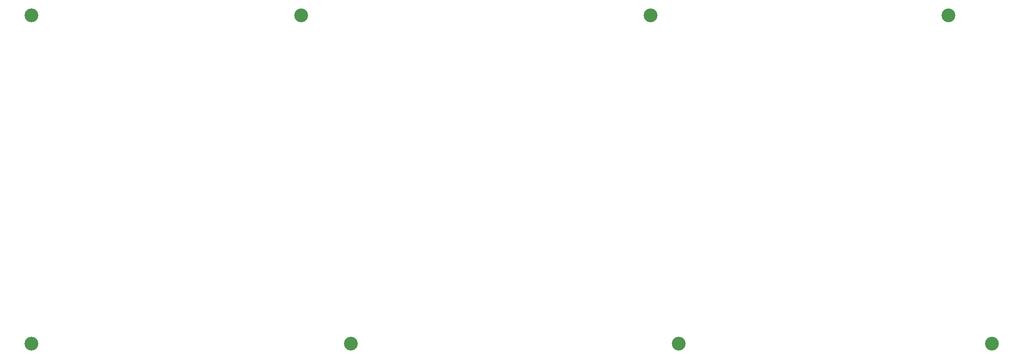
<source format=gbr>
%TF.GenerationSoftware,KiCad,Pcbnew,(5.0.0)*%
%TF.CreationDate,2019-04-29T14:40:25+02:00*%
%TF.ProjectId,Amalga_100,416D616C67615F3130302E6B69636164,rev?*%
%TF.SameCoordinates,Original*%
%TF.FileFunction,NonPlated,1,6,NPTH,Drill*%
%TF.FilePolarity,Positive*%
%FSLAX46Y46*%
G04 Gerber Fmt 4.6, Leading zero omitted, Abs format (unit mm)*
G04 Created by KiCad (PCBNEW (5.0.0)) date 04/29/19 14:40:25*
%MOMM*%
%LPD*%
G01*
G04 APERTURE LIST*
%TA.AperFunction,ComponentDrill*%
%ADD10C,3.200000*%
%TD*%
G04 APERTURE END LIST*
D10*
%TO.C,MH5*%
X184400000Y-19500000D03*
%TO.C,MH6*%
X253400000Y-19500000D03*
%TO.C,MH7*%
X114900000Y-95500000D03*
%TO.C,MH8*%
X190900000Y-95500000D03*
%TO.C,MH9*%
X263400000Y-95500000D03*
%TO.C,MH10*%
X40900000Y-95500000D03*
%TO.C,MH4*%
X103400000Y-19500000D03*
%TO.C,MH3*%
X40900000Y-19500000D03*
M02*

</source>
